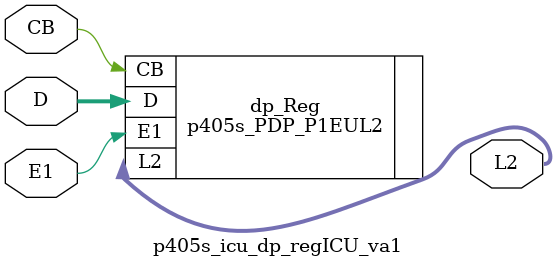
<source format=v>
module p405s_icu_dp_regICU_va1(
                     CB,
                      D,
                      E1,
                      L2
                     );

    input CB; 
    input [0:31] D; 
    input  E1; 
    output [0:31] L2; 

p405s_PDP_P1EUL2
 #(32, 1, 1, 1, 2, 0 ) dp_Reg (
                                         .CB  (CB),
                                         .D   (D),
                                         .E1  (E1),
                                         .L2  (L2)
                                         );

endmodule

</source>
